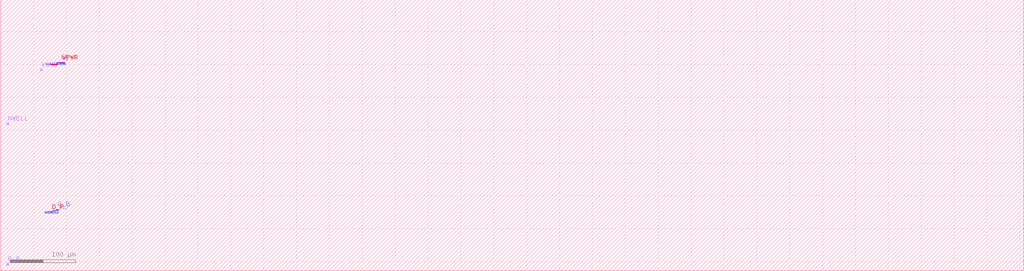
<source format=lef>
# Copyright 2020 The SkyWater PDK Authors
#
# Licensed under the Apache License, Version 2.0 (the "License");
# you may not use this file except in compliance with the License.
# You may obtain a copy of the License at
#
#     https://www.apache.org/licenses/LICENSE-2.0
#
# Unless required by applicable law or agreed to in writing, software
# distributed under the License is distributed on an "AS IS" BASIS,
# WITHOUT WARRANTIES OR CONDITIONS OF ANY KIND, either express or implied.
# See the License for the specific language governing permissions and
# limitations under the License.
#
# SPDX-License-Identifier: Apache-2.0

VERSION 5.7 ;
  NOWIREEXTENSIONATPIN ON ;
  DIVIDERCHAR "/" ;
  BUSBITCHARS "[]" ;
MACRO sky130_fd_pr__rf_aura_lvs_drc
  CLASS BLOCK ;
  FOREIGN sky130_fd_pr__rf_aura_lvs_drc ;
  ORIGIN  0.000000  213.9700 ;
  SIZE  1555.530 BY  412.1700 ;
  PIN B_P
    ANTENNADIFFAREA  43.51075 ;
    PORT
      LAYER li1 ;
        RECT 9.175000 -205.320000 11.985000 -202.345000 ;
    END
  END B_P
  PIN D_P
    ANTENNADIFFAREA  3.886400 ;
    PORT
      LAYER met3 ;
        RECT 74.460000 -124.310000 80.885000 -123.665000 ;
        RECT 76.195000 -124.455000 76.525000 -124.310000 ;
        RECT 77.055000 -124.455000 77.385000 -124.310000 ;
    END
  END D_P
  PIN G
    ANTENNAGATEAREA  8.190000 ;
    PORT
      LAYER met1 ;
        RECT 68.260000 100.485000 72.550000 100.785000 ;
        RECT 72.180000 100.785000 72.550000 100.905000 ;
        RECT 72.180000 100.905000 85.210000 101.195000 ;
        RECT 84.840000 101.195000 85.210000 103.065000 ;
        RECT 84.840000 103.065000 97.335000 103.355000 ;
    END
  END G
  PIN G_P
    ANTENNAGATEAREA  4.164000 ;
    PORT
      LAYER met1 ;
        RECT 66.630000 -124.305000 70.790000 -124.015000 ;
        RECT 70.445000 -124.015000 70.790000 -123.445000 ;
        RECT 70.445000 -123.445000 79.720000 -123.155000 ;
        RECT 76.105000 -123.465000 77.475000 -123.445000 ;
        RECT 79.375000 -123.155000 79.720000 -122.145000 ;
        RECT 79.375000 -122.145000 85.050000 -121.855000 ;
        RECT 84.705000 -121.855000 85.050000 -120.110000 ;
        RECT 84.705000 -120.110000 87.235000 -119.820000 ;
    END
  END G_P
  PIN NWELL
    ANTENNADIFFAREA  43.51075 ;
    PORT
      LAYER li1 ;
        RECT 9.175000 8.650000 11.985000 11.625000 ;
    END
  END NWELL
  PIN S
    ANTENNADIFFAREA  10.98720 ;
    PORT
      LAYER met1 ;
        RECT 68.260000 99.265000 97.765000  99.565000 ;
        RECT 69.045000 99.565000 69.275000 100.310000 ;
        RECT 69.905000 99.565000 70.135000 100.310000 ;
        RECT 74.165000 99.565000 74.395000 100.655000 ;
        RECT 75.025000 99.565000 75.255000 100.655000 ;
        RECT 76.885000 99.565000 77.115000 100.655000 ;
        RECT 77.745000 99.565000 77.975000 100.655000 ;
        RECT 78.605000 99.565000 78.835000 100.655000 ;
        RECT 80.100000 99.565000 80.330000 100.655000 ;
        RECT 80.960000 99.565000 81.190000 100.655000 ;
        RECT 81.820000 99.565000 82.050000 100.655000 ;
        RECT 82.680000 99.565000 82.910000 100.655000 ;
        RECT 83.540000 99.565000 83.770000 100.655000 ;
        RECT 86.605000 99.565000 86.835000 102.815000 ;
        RECT 87.465000 99.565000 87.695000 102.815000 ;
        RECT 90.095000 99.565000 90.325000 102.815000 ;
        RECT 90.955000 99.565000 91.185000 102.815000 ;
        RECT 91.815000 99.565000 92.045000 102.815000 ;
        RECT 94.095000 99.565000 94.325000 102.815000 ;
        RECT 94.955000 99.565000 95.185000 102.815000 ;
        RECT 95.815000 99.565000 96.045000 102.815000 ;
        RECT 96.675000 99.565000 96.905000 102.815000 ;
        RECT 97.535000 99.565000 97.765000 102.815000 ;
    END
  END S
  PIN S_P
    ANTENNADIFFAREA  6.936400 ;
    PORT
      LAYER met1 ;
        RECT 66.630000 -125.955000 87.455000 -125.655000 ;
        RECT 68.055000 -125.655000 68.285000 -124.565000 ;
        RECT 68.915000 -125.655000 69.145000 -124.565000 ;
        RECT 71.905000 -125.655000 72.135000 -123.660000 ;
        RECT 72.765000 -125.655000 72.995000 -123.660000 ;
        RECT 75.815000 -125.655000 76.045000 -123.725000 ;
        RECT 76.675000 -125.655000 76.905000 -123.725000 ;
        RECT 77.535000 -125.655000 77.765000 -123.725000 ;
        RECT 81.950000 -125.655000 82.180000 -122.405000 ;
        RECT 82.810000 -125.655000 83.040000 -122.405000 ;
        RECT 86.365000 -125.655000 86.595000 -120.300000 ;
        RECT 87.225000 -125.655000 87.455000 -120.300000 ;
    END
  END S_P
  PIN VGND
    USE GROUND ;
    PORT
      LAYER li1 ;
        RECT 60.140000 90.690000 62.950000 93.665000 ;
    END
  END VGND
  PIN VPWR
    USE POWER ;
    PORT
      LAYER met3 ;
        RECT 75.895000  99.965000 86.220000 100.685000 ;
        RECT 77.265000  99.915000 77.595000  99.965000 ;
        RECT 78.125000  99.915000 78.455000  99.965000 ;
        RECT 80.480000  99.915000 80.810000  99.965000 ;
        RECT 81.340000  99.915000 81.670000  99.965000 ;
        RECT 82.200000  99.915000 82.530000  99.965000 ;
        RECT 83.060000  99.915000 83.390000  99.965000 ;
        RECT 85.830000 100.685000 86.220000 102.875000 ;
        RECT 88.780000 102.075000 97.385000 102.875000 ;
    END
  END VPWR
  OBS
    LAYER li1 ;
      RECT 68.085000 -125.255000 68.255000 -124.565000 ;
      RECT 68.265000 -124.335000 68.935000 -123.995000 ;
      RECT 68.515000 -125.255000 68.685000 -124.565000 ;
      RECT 68.945000 -125.255000 69.115000 -124.565000 ;
      RECT 69.075000   99.965000 69.245000  100.295000 ;
      RECT 69.255000  100.465000 69.925000  100.795000 ;
      RECT 69.505000   99.965000 69.675000  100.295000 ;
      RECT 69.935000   99.965000 70.105000  100.295000 ;
      RECT 71.935000 -125.330000 72.105000 -123.660000 ;
      RECT 72.115000 -123.465000 72.785000 -123.135000 ;
      RECT 72.365000 -125.330000 72.535000 -123.660000 ;
      RECT 72.795000 -125.330000 72.965000 -123.660000 ;
      RECT 74.195000   99.965000 74.365000  100.655000 ;
      RECT 74.375000  100.885000 75.045000  101.215000 ;
      RECT 74.625000   99.965000 74.795000  100.655000 ;
      RECT 75.055000   99.965000 75.225000  100.655000 ;
      RECT 75.845000 -125.255000 76.015000 -123.725000 ;
      RECT 76.115000 -123.495000 77.465000 -123.155000 ;
      RECT 76.275000 -125.255000 76.445000 -123.725000 ;
      RECT 76.705000 -125.255000 76.875000 -123.725000 ;
      RECT 76.915000   99.965000 77.085000  100.655000 ;
      RECT 77.135000 -125.255000 77.305000 -123.725000 ;
      RECT 77.185000  100.885000 78.535000  101.215000 ;
      RECT 77.345000   99.965000 77.515000  100.655000 ;
      RECT 77.565000 -125.255000 77.735000 -123.725000 ;
      RECT 77.775000   99.965000 77.945000  100.655000 ;
      RECT 78.205000   99.965000 78.375000  100.655000 ;
      RECT 78.635000   99.965000 78.805000  100.655000 ;
      RECT 80.130000   99.965000 80.300000  100.655000 ;
      RECT 80.560000   99.965000 80.730000  100.655000 ;
      RECT 80.580000  100.885000 83.290000  101.215000 ;
      RECT 80.990000   99.965000 81.160000  100.655000 ;
      RECT 81.420000   99.965000 81.590000  100.655000 ;
      RECT 81.850000   99.965000 82.020000  100.655000 ;
      RECT 81.980000 -125.275000 82.150000 -122.405000 ;
      RECT 82.160000 -122.175000 82.830000 -121.835000 ;
      RECT 82.280000   99.965000 82.450000  100.655000 ;
      RECT 82.410000 -125.255000 82.580000 -122.405000 ;
      RECT 82.710000   99.965000 82.880000  100.655000 ;
      RECT 82.840000 -125.255000 83.010000 -122.405000 ;
      RECT 83.140000   99.965000 83.310000  100.655000 ;
      RECT 83.570000   99.965000 83.740000  100.655000 ;
      RECT 86.395000 -125.290000 86.565000 -120.300000 ;
      RECT 86.575000 -120.130000 87.245000 -119.800000 ;
      RECT 86.635000   99.945000 86.805000  102.815000 ;
      RECT 86.815000  103.045000 87.485000  103.375000 ;
      RECT 86.825000 -125.290000 86.995000 -120.300000 ;
      RECT 87.065000   99.965000 87.235000  102.815000 ;
      RECT 87.255000 -125.290000 87.425000 -120.300000 ;
      RECT 87.495000   99.965000 87.665000  102.815000 ;
      RECT 90.125000   99.965000 90.295000  102.815000 ;
      RECT 90.395000  103.045000 91.745000  103.375000 ;
      RECT 90.555000   99.965000 90.725000  102.815000 ;
      RECT 90.985000   99.965000 91.155000  102.815000 ;
      RECT 91.415000   99.965000 91.585000  102.815000 ;
      RECT 91.845000   99.965000 92.015000  102.815000 ;
      RECT 94.125000   99.965000 94.295000  102.815000 ;
      RECT 94.555000   99.965000 94.725000  102.815000 ;
      RECT 94.575000  103.045000 97.285000  103.375000 ;
      RECT 94.985000   99.965000 95.155000  102.815000 ;
      RECT 95.415000   99.965000 95.585000  102.815000 ;
      RECT 95.845000   99.965000 96.015000  102.815000 ;
      RECT 96.275000   99.965000 96.445000  102.815000 ;
      RECT 96.705000   99.965000 96.875000  102.815000 ;
      RECT 97.135000   99.965000 97.305000  102.815000 ;
      RECT 97.565000   99.965000 97.735000  102.815000 ;
    LAYER mcon ;
      RECT 68.085000 -125.175000 68.255000 -125.005000 ;
      RECT 68.085000 -124.815000 68.255000 -124.645000 ;
      RECT 68.335000 -124.245000 68.505000 -124.075000 ;
      RECT 68.515000 -125.175000 68.685000 -125.005000 ;
      RECT 68.515000 -124.815000 68.685000 -124.645000 ;
      RECT 68.695000 -124.245000 68.865000 -124.075000 ;
      RECT 68.945000 -125.175000 69.115000 -125.005000 ;
      RECT 68.945000 -124.815000 69.115000 -124.645000 ;
      RECT 69.075000  100.045000 69.245000  100.215000 ;
      RECT 69.325000  100.545000 69.495000  100.715000 ;
      RECT 69.505000  100.045000 69.675000  100.215000 ;
      RECT 69.685000  100.545000 69.855000  100.715000 ;
      RECT 69.935000  100.045000 70.105000  100.215000 ;
      RECT 71.935000 -125.115000 72.105000 -124.945000 ;
      RECT 71.935000 -124.755000 72.105000 -124.585000 ;
      RECT 71.935000 -124.395000 72.105000 -124.225000 ;
      RECT 71.935000 -124.035000 72.105000 -123.865000 ;
      RECT 72.185000 -123.385000 72.355000 -123.215000 ;
      RECT 72.365000 -125.115000 72.535000 -124.945000 ;
      RECT 72.365000 -124.755000 72.535000 -124.585000 ;
      RECT 72.365000 -124.395000 72.535000 -124.225000 ;
      RECT 72.365000 -124.035000 72.535000 -123.865000 ;
      RECT 72.545000 -123.385000 72.715000 -123.215000 ;
      RECT 72.795000 -125.115000 72.965000 -124.945000 ;
      RECT 72.795000 -124.755000 72.965000 -124.585000 ;
      RECT 72.795000 -124.395000 72.965000 -124.225000 ;
      RECT 72.795000 -124.035000 72.965000 -123.865000 ;
      RECT 74.195000  100.045000 74.365000  100.215000 ;
      RECT 74.195000  100.405000 74.365000  100.575000 ;
      RECT 74.445000  100.965000 74.615000  101.135000 ;
      RECT 74.625000  100.045000 74.795000  100.215000 ;
      RECT 74.625000  100.405000 74.795000  100.575000 ;
      RECT 74.805000  100.965000 74.975000  101.135000 ;
      RECT 75.055000  100.045000 75.225000  100.215000 ;
      RECT 75.055000  100.405000 75.225000  100.575000 ;
      RECT 75.845000 -125.115000 76.015000 -124.945000 ;
      RECT 75.845000 -124.755000 76.015000 -124.585000 ;
      RECT 75.845000 -124.395000 76.015000 -124.225000 ;
      RECT 75.845000 -124.035000 76.015000 -123.865000 ;
      RECT 76.165000 -123.405000 76.335000 -123.235000 ;
      RECT 76.275000 -125.115000 76.445000 -124.945000 ;
      RECT 76.275000 -124.755000 76.445000 -124.585000 ;
      RECT 76.275000 -124.395000 76.445000 -124.225000 ;
      RECT 76.275000 -124.035000 76.445000 -123.865000 ;
      RECT 76.525000 -123.405000 76.695000 -123.235000 ;
      RECT 76.705000 -125.115000 76.875000 -124.945000 ;
      RECT 76.705000 -124.755000 76.875000 -124.585000 ;
      RECT 76.705000 -124.395000 76.875000 -124.225000 ;
      RECT 76.705000 -124.035000 76.875000 -123.865000 ;
      RECT 76.885000 -123.405000 77.055000 -123.235000 ;
      RECT 76.915000  100.045000 77.085000  100.215000 ;
      RECT 76.915000  100.405000 77.085000  100.575000 ;
      RECT 77.135000 -125.115000 77.305000 -124.945000 ;
      RECT 77.135000 -124.755000 77.305000 -124.585000 ;
      RECT 77.135000 -124.395000 77.305000 -124.225000 ;
      RECT 77.135000 -124.035000 77.305000 -123.865000 ;
      RECT 77.235000  100.965000 77.405000  101.135000 ;
      RECT 77.245000 -123.405000 77.415000 -123.235000 ;
      RECT 77.345000  100.045000 77.515000  100.215000 ;
      RECT 77.345000  100.405000 77.515000  100.575000 ;
      RECT 77.565000 -125.115000 77.735000 -124.945000 ;
      RECT 77.565000 -124.755000 77.735000 -124.585000 ;
      RECT 77.565000 -124.395000 77.735000 -124.225000 ;
      RECT 77.565000 -124.035000 77.735000 -123.865000 ;
      RECT 77.595000  100.965000 77.765000  101.135000 ;
      RECT 77.775000  100.045000 77.945000  100.215000 ;
      RECT 77.775000  100.405000 77.945000  100.575000 ;
      RECT 77.955000  100.965000 78.125000  101.135000 ;
      RECT 78.205000  100.045000 78.375000  100.215000 ;
      RECT 78.205000  100.405000 78.375000  100.575000 ;
      RECT 78.315000  100.965000 78.485000  101.135000 ;
      RECT 78.635000  100.045000 78.805000  100.215000 ;
      RECT 78.635000  100.405000 78.805000  100.575000 ;
      RECT 80.130000  100.045000 80.300000  100.215000 ;
      RECT 80.130000  100.405000 80.300000  100.575000 ;
      RECT 80.560000  100.045000 80.730000  100.215000 ;
      RECT 80.560000  100.405000 80.730000  100.575000 ;
      RECT 80.590000  100.965000 80.760000  101.135000 ;
      RECT 80.950000  100.965000 81.120000  101.135000 ;
      RECT 80.990000  100.045000 81.160000  100.215000 ;
      RECT 80.990000  100.405000 81.160000  100.575000 ;
      RECT 81.310000  100.965000 81.480000  101.135000 ;
      RECT 81.420000  100.045000 81.590000  100.215000 ;
      RECT 81.420000  100.405000 81.590000  100.575000 ;
      RECT 81.670000  100.965000 81.840000  101.135000 ;
      RECT 81.850000  100.045000 82.020000  100.215000 ;
      RECT 81.850000  100.405000 82.020000  100.575000 ;
      RECT 81.980000 -125.175000 82.150000 -125.005000 ;
      RECT 81.980000 -124.815000 82.150000 -124.645000 ;
      RECT 81.980000 -124.455000 82.150000 -124.285000 ;
      RECT 81.980000 -124.095000 82.150000 -123.925000 ;
      RECT 81.980000 -123.735000 82.150000 -123.565000 ;
      RECT 81.980000 -123.375000 82.150000 -123.205000 ;
      RECT 81.980000 -123.015000 82.150000 -122.845000 ;
      RECT 81.980000 -122.655000 82.150000 -122.485000 ;
      RECT 82.030000  100.965000 82.200000  101.135000 ;
      RECT 82.230000 -122.085000 82.400000 -121.915000 ;
      RECT 82.280000  100.045000 82.450000  100.215000 ;
      RECT 82.280000  100.405000 82.450000  100.575000 ;
      RECT 82.390000  100.965000 82.560000  101.135000 ;
      RECT 82.410000 -125.175000 82.580000 -125.005000 ;
      RECT 82.410000 -124.815000 82.580000 -124.645000 ;
      RECT 82.410000 -124.455000 82.580000 -124.285000 ;
      RECT 82.410000 -124.095000 82.580000 -123.925000 ;
      RECT 82.410000 -123.735000 82.580000 -123.565000 ;
      RECT 82.410000 -123.375000 82.580000 -123.205000 ;
      RECT 82.410000 -123.015000 82.580000 -122.845000 ;
      RECT 82.410000 -122.655000 82.580000 -122.485000 ;
      RECT 82.590000 -122.085000 82.760000 -121.915000 ;
      RECT 82.710000  100.045000 82.880000  100.215000 ;
      RECT 82.710000  100.405000 82.880000  100.575000 ;
      RECT 82.750000  100.965000 82.920000  101.135000 ;
      RECT 82.840000 -125.175000 83.010000 -125.005000 ;
      RECT 82.840000 -124.815000 83.010000 -124.645000 ;
      RECT 82.840000 -124.455000 83.010000 -124.285000 ;
      RECT 82.840000 -124.095000 83.010000 -123.925000 ;
      RECT 82.840000 -123.735000 83.010000 -123.565000 ;
      RECT 82.840000 -123.375000 83.010000 -123.205000 ;
      RECT 82.840000 -123.015000 83.010000 -122.845000 ;
      RECT 82.840000 -122.655000 83.010000 -122.485000 ;
      RECT 83.110000  100.965000 83.280000  101.135000 ;
      RECT 83.140000  100.045000 83.310000  100.215000 ;
      RECT 83.140000  100.405000 83.310000  100.575000 ;
      RECT 83.570000  100.045000 83.740000  100.215000 ;
      RECT 83.570000  100.405000 83.740000  100.575000 ;
      RECT 86.395000 -125.035000 86.565000 -124.865000 ;
      RECT 86.395000 -124.675000 86.565000 -124.505000 ;
      RECT 86.395000 -124.315000 86.565000 -124.145000 ;
      RECT 86.395000 -123.955000 86.565000 -123.785000 ;
      RECT 86.395000 -123.595000 86.565000 -123.425000 ;
      RECT 86.395000 -123.235000 86.565000 -123.065000 ;
      RECT 86.395000 -122.875000 86.565000 -122.705000 ;
      RECT 86.395000 -122.515000 86.565000 -122.345000 ;
      RECT 86.395000 -122.155000 86.565000 -121.985000 ;
      RECT 86.395000 -121.795000 86.565000 -121.625000 ;
      RECT 86.395000 -121.435000 86.565000 -121.265000 ;
      RECT 86.395000 -121.075000 86.565000 -120.905000 ;
      RECT 86.395000 -120.715000 86.565000 -120.545000 ;
      RECT 86.635000  100.045000 86.805000  100.215000 ;
      RECT 86.635000  100.405000 86.805000  100.575000 ;
      RECT 86.635000  100.765000 86.805000  100.935000 ;
      RECT 86.635000  101.125000 86.805000  101.295000 ;
      RECT 86.635000  101.485000 86.805000  101.655000 ;
      RECT 86.635000  101.845000 86.805000  102.015000 ;
      RECT 86.635000  102.205000 86.805000  102.375000 ;
      RECT 86.635000  102.565000 86.805000  102.735000 ;
      RECT 86.645000 -120.050000 86.815000 -119.880000 ;
      RECT 86.825000 -125.035000 86.995000 -124.865000 ;
      RECT 86.825000 -124.675000 86.995000 -124.505000 ;
      RECT 86.825000 -124.315000 86.995000 -124.145000 ;
      RECT 86.825000 -123.955000 86.995000 -123.785000 ;
      RECT 86.825000 -123.595000 86.995000 -123.425000 ;
      RECT 86.825000 -123.235000 86.995000 -123.065000 ;
      RECT 86.825000 -122.875000 86.995000 -122.705000 ;
      RECT 86.825000 -122.515000 86.995000 -122.345000 ;
      RECT 86.825000 -122.155000 86.995000 -121.985000 ;
      RECT 86.825000 -121.795000 86.995000 -121.625000 ;
      RECT 86.825000 -121.435000 86.995000 -121.265000 ;
      RECT 86.825000 -121.075000 86.995000 -120.905000 ;
      RECT 86.825000 -120.715000 86.995000 -120.545000 ;
      RECT 86.885000  103.125000 87.055000  103.295000 ;
      RECT 87.005000 -120.050000 87.175000 -119.880000 ;
      RECT 87.065000  100.045000 87.235000  100.215000 ;
      RECT 87.065000  100.405000 87.235000  100.575000 ;
      RECT 87.065000  100.765000 87.235000  100.935000 ;
      RECT 87.065000  101.125000 87.235000  101.295000 ;
      RECT 87.065000  101.485000 87.235000  101.655000 ;
      RECT 87.065000  101.845000 87.235000  102.015000 ;
      RECT 87.065000  102.205000 87.235000  102.375000 ;
      RECT 87.065000  102.565000 87.235000  102.735000 ;
      RECT 87.245000  103.125000 87.415000  103.295000 ;
      RECT 87.255000 -125.035000 87.425000 -124.865000 ;
      RECT 87.255000 -124.675000 87.425000 -124.505000 ;
      RECT 87.255000 -124.315000 87.425000 -124.145000 ;
      RECT 87.255000 -123.955000 87.425000 -123.785000 ;
      RECT 87.255000 -123.595000 87.425000 -123.425000 ;
      RECT 87.255000 -123.235000 87.425000 -123.065000 ;
      RECT 87.255000 -122.875000 87.425000 -122.705000 ;
      RECT 87.255000 -122.515000 87.425000 -122.345000 ;
      RECT 87.255000 -122.155000 87.425000 -121.985000 ;
      RECT 87.255000 -121.795000 87.425000 -121.625000 ;
      RECT 87.255000 -121.435000 87.425000 -121.265000 ;
      RECT 87.255000 -121.075000 87.425000 -120.905000 ;
      RECT 87.255000 -120.715000 87.425000 -120.545000 ;
      RECT 87.495000  100.045000 87.665000  100.215000 ;
      RECT 87.495000  100.405000 87.665000  100.575000 ;
      RECT 87.495000  100.765000 87.665000  100.935000 ;
      RECT 87.495000  101.125000 87.665000  101.295000 ;
      RECT 87.495000  101.485000 87.665000  101.655000 ;
      RECT 87.495000  101.845000 87.665000  102.015000 ;
      RECT 87.495000  102.205000 87.665000  102.375000 ;
      RECT 87.495000  102.565000 87.665000  102.735000 ;
      RECT 90.125000  100.045000 90.295000  100.215000 ;
      RECT 90.125000  100.405000 90.295000  100.575000 ;
      RECT 90.125000  100.765000 90.295000  100.935000 ;
      RECT 90.125000  101.125000 90.295000  101.295000 ;
      RECT 90.125000  101.485000 90.295000  101.655000 ;
      RECT 90.125000  101.845000 90.295000  102.015000 ;
      RECT 90.125000  102.205000 90.295000  102.375000 ;
      RECT 90.125000  102.565000 90.295000  102.735000 ;
      RECT 90.445000  103.125000 90.615000  103.295000 ;
      RECT 90.555000  100.045000 90.725000  100.215000 ;
      RECT 90.555000  100.405000 90.725000  100.575000 ;
      RECT 90.555000  100.765000 90.725000  100.935000 ;
      RECT 90.555000  101.125000 90.725000  101.295000 ;
      RECT 90.555000  101.485000 90.725000  101.655000 ;
      RECT 90.555000  101.845000 90.725000  102.015000 ;
      RECT 90.555000  102.205000 90.725000  102.375000 ;
      RECT 90.555000  102.565000 90.725000  102.735000 ;
      RECT 90.805000  103.125000 90.975000  103.295000 ;
      RECT 90.985000  100.045000 91.155000  100.215000 ;
      RECT 90.985000  100.405000 91.155000  100.575000 ;
      RECT 90.985000  100.765000 91.155000  100.935000 ;
      RECT 90.985000  101.125000 91.155000  101.295000 ;
      RECT 90.985000  101.485000 91.155000  101.655000 ;
      RECT 90.985000  101.845000 91.155000  102.015000 ;
      RECT 90.985000  102.205000 91.155000  102.375000 ;
      RECT 90.985000  102.565000 91.155000  102.735000 ;
      RECT 91.165000  103.125000 91.335000  103.295000 ;
      RECT 91.415000  100.045000 91.585000  100.215000 ;
      RECT 91.415000  100.405000 91.585000  100.575000 ;
      RECT 91.415000  100.765000 91.585000  100.935000 ;
      RECT 91.415000  101.125000 91.585000  101.295000 ;
      RECT 91.415000  101.485000 91.585000  101.655000 ;
      RECT 91.415000  101.845000 91.585000  102.015000 ;
      RECT 91.415000  102.205000 91.585000  102.375000 ;
      RECT 91.415000  102.565000 91.585000  102.735000 ;
      RECT 91.525000  103.125000 91.695000  103.295000 ;
      RECT 91.845000  100.045000 92.015000  100.215000 ;
      RECT 91.845000  100.405000 92.015000  100.575000 ;
      RECT 91.845000  100.765000 92.015000  100.935000 ;
      RECT 91.845000  101.125000 92.015000  101.295000 ;
      RECT 91.845000  101.485000 92.015000  101.655000 ;
      RECT 91.845000  101.845000 92.015000  102.015000 ;
      RECT 91.845000  102.205000 92.015000  102.375000 ;
      RECT 91.845000  102.565000 92.015000  102.735000 ;
      RECT 94.125000  100.045000 94.295000  100.215000 ;
      RECT 94.125000  100.405000 94.295000  100.575000 ;
      RECT 94.125000  100.765000 94.295000  100.935000 ;
      RECT 94.125000  101.125000 94.295000  101.295000 ;
      RECT 94.125000  101.485000 94.295000  101.655000 ;
      RECT 94.125000  101.845000 94.295000  102.015000 ;
      RECT 94.125000  102.205000 94.295000  102.375000 ;
      RECT 94.125000  102.565000 94.295000  102.735000 ;
      RECT 94.555000  100.045000 94.725000  100.215000 ;
      RECT 94.555000  100.405000 94.725000  100.575000 ;
      RECT 94.555000  100.765000 94.725000  100.935000 ;
      RECT 94.555000  101.125000 94.725000  101.295000 ;
      RECT 94.555000  101.485000 94.725000  101.655000 ;
      RECT 94.555000  101.845000 94.725000  102.015000 ;
      RECT 94.555000  102.205000 94.725000  102.375000 ;
      RECT 94.555000  102.565000 94.725000  102.735000 ;
      RECT 94.585000  103.125000 94.755000  103.295000 ;
      RECT 94.945000  103.125000 95.115000  103.295000 ;
      RECT 94.985000  100.045000 95.155000  100.215000 ;
      RECT 94.985000  100.405000 95.155000  100.575000 ;
      RECT 94.985000  100.765000 95.155000  100.935000 ;
      RECT 94.985000  101.125000 95.155000  101.295000 ;
      RECT 94.985000  101.485000 95.155000  101.655000 ;
      RECT 94.985000  101.845000 95.155000  102.015000 ;
      RECT 94.985000  102.205000 95.155000  102.375000 ;
      RECT 94.985000  102.565000 95.155000  102.735000 ;
      RECT 95.305000  103.125000 95.475000  103.295000 ;
      RECT 95.415000  100.045000 95.585000  100.215000 ;
      RECT 95.415000  100.405000 95.585000  100.575000 ;
      RECT 95.415000  100.765000 95.585000  100.935000 ;
      RECT 95.415000  101.125000 95.585000  101.295000 ;
      RECT 95.415000  101.485000 95.585000  101.655000 ;
      RECT 95.415000  101.845000 95.585000  102.015000 ;
      RECT 95.415000  102.205000 95.585000  102.375000 ;
      RECT 95.415000  102.565000 95.585000  102.735000 ;
      RECT 95.665000  103.125000 95.835000  103.295000 ;
      RECT 95.845000  100.045000 96.015000  100.215000 ;
      RECT 95.845000  100.405000 96.015000  100.575000 ;
      RECT 95.845000  100.765000 96.015000  100.935000 ;
      RECT 95.845000  101.125000 96.015000  101.295000 ;
      RECT 95.845000  101.485000 96.015000  101.655000 ;
      RECT 95.845000  101.845000 96.015000  102.015000 ;
      RECT 95.845000  102.205000 96.015000  102.375000 ;
      RECT 95.845000  102.565000 96.015000  102.735000 ;
      RECT 96.025000  103.125000 96.195000  103.295000 ;
      RECT 96.275000  100.045000 96.445000  100.215000 ;
      RECT 96.275000  100.405000 96.445000  100.575000 ;
      RECT 96.275000  100.765000 96.445000  100.935000 ;
      RECT 96.275000  101.125000 96.445000  101.295000 ;
      RECT 96.275000  101.485000 96.445000  101.655000 ;
      RECT 96.275000  101.845000 96.445000  102.015000 ;
      RECT 96.275000  102.205000 96.445000  102.375000 ;
      RECT 96.275000  102.565000 96.445000  102.735000 ;
      RECT 96.385000  103.125000 96.555000  103.295000 ;
      RECT 96.705000  100.045000 96.875000  100.215000 ;
      RECT 96.705000  100.405000 96.875000  100.575000 ;
      RECT 96.705000  100.765000 96.875000  100.935000 ;
      RECT 96.705000  101.125000 96.875000  101.295000 ;
      RECT 96.705000  101.485000 96.875000  101.655000 ;
      RECT 96.705000  101.845000 96.875000  102.015000 ;
      RECT 96.705000  102.205000 96.875000  102.375000 ;
      RECT 96.705000  102.565000 96.875000  102.735000 ;
      RECT 96.745000  103.125000 96.915000  103.295000 ;
      RECT 97.105000  103.125000 97.275000  103.295000 ;
      RECT 97.135000  100.045000 97.305000  100.215000 ;
      RECT 97.135000  100.405000 97.305000  100.575000 ;
      RECT 97.135000  100.765000 97.305000  100.935000 ;
      RECT 97.135000  101.125000 97.305000  101.295000 ;
      RECT 97.135000  101.485000 97.305000  101.655000 ;
      RECT 97.135000  101.845000 97.305000  102.015000 ;
      RECT 97.135000  102.205000 97.305000  102.375000 ;
      RECT 97.135000  102.565000 97.305000  102.735000 ;
      RECT 97.565000  100.045000 97.735000  100.215000 ;
      RECT 97.565000  100.405000 97.735000  100.575000 ;
      RECT 97.565000  100.765000 97.735000  100.935000 ;
      RECT 97.565000  101.125000 97.735000  101.295000 ;
      RECT 97.565000  101.485000 97.735000  101.655000 ;
      RECT 97.565000  101.845000 97.735000  102.015000 ;
      RECT 97.565000  102.205000 97.735000  102.375000 ;
      RECT 97.565000  102.565000 97.735000  102.735000 ;
    LAYER met1 ;
      RECT 68.470000 -125.255000 68.730000 -124.565000 ;
      RECT 69.460000   99.965000 69.720000  100.310000 ;
      RECT 72.320000 -125.330000 72.580000 -123.660000 ;
      RECT 74.580000   99.965000 74.840000  100.655000 ;
      RECT 76.230000 -125.255000 76.490000 -123.725000 ;
      RECT 77.090000 -125.255000 77.350000 -123.725000 ;
      RECT 77.300000   99.965000 77.560000  100.655000 ;
      RECT 78.160000   99.965000 78.420000  100.655000 ;
      RECT 80.515000   99.965000 80.775000  100.655000 ;
      RECT 81.375000   99.965000 81.635000  100.655000 ;
      RECT 82.235000   99.965000 82.495000  100.655000 ;
      RECT 82.365000 -125.255000 82.625000 -122.405000 ;
      RECT 83.095000   99.965000 83.355000  100.655000 ;
      RECT 86.780000 -125.290000 87.040000 -120.300000 ;
      RECT 87.020000   99.965000 87.280000  102.815000 ;
      RECT 90.510000   99.965000 90.770000  102.815000 ;
      RECT 91.370000   99.965000 91.630000  102.815000 ;
      RECT 94.510000   99.965000 94.770000  102.815000 ;
      RECT 95.370000   99.965000 95.630000  102.815000 ;
      RECT 96.230000   99.965000 96.490000  102.815000 ;
      RECT 97.090000   99.965000 97.350000  102.815000 ;
    LAYER met2 ;
      RECT 66.635000 -125.230000 71.490000 -124.590000 ;
      RECT 68.260000   99.965000 76.300000  100.310000 ;
      RECT 71.125000 -124.590000 71.490000 -124.305000 ;
      RECT 71.125000 -124.305000 75.085000 -123.665000 ;
      RECT 74.580000  100.310000 74.840000  100.630000 ;
      RECT 76.195000 -124.455000 76.525000 -123.685000 ;
      RECT 77.055000 -124.455000 77.385000 -123.685000 ;
      RECT 77.265000   99.915000 77.595000  100.685000 ;
      RECT 78.125000   99.915000 78.455000  100.685000 ;
      RECT 80.340000 -124.310000 80.885000 -123.070000 ;
      RECT 80.340000 -123.070000 85.850000 -122.430000 ;
      RECT 80.480000   99.915000 80.810000  100.685000 ;
      RECT 81.340000   99.915000 81.670000  100.685000 ;
      RECT 82.200000   99.915000 82.530000  100.685000 ;
      RECT 83.060000   99.915000 83.390000  100.685000 ;
      RECT 85.305000 -122.430000 85.850000 -120.950000 ;
      RECT 85.305000 -120.950000 87.040000 -120.310000 ;
      RECT 85.830000  102.150000 89.290000  102.875000 ;
      RECT 90.475000  102.075000 90.805000  102.845000 ;
      RECT 91.335000  102.075000 91.665000  102.845000 ;
      RECT 94.475000  102.075000 94.805000  102.845000 ;
      RECT 95.335000  102.075000 95.665000  102.845000 ;
      RECT 96.195000  102.075000 96.525000  102.845000 ;
      RECT 97.055000  102.075000 97.385000  102.845000 ;
    LAYER via ;
      RECT 68.470000 -125.200000 68.730000 -124.940000 ;
      RECT 68.470000 -124.880000 68.730000 -124.620000 ;
      RECT 69.460000  100.020000 69.720000  100.280000 ;
      RECT 72.320000 -124.275000 72.580000 -124.015000 ;
      RECT 72.320000 -123.955000 72.580000 -123.695000 ;
      RECT 74.580000  100.020000 74.840000  100.280000 ;
      RECT 74.580000  100.340000 74.840000  100.600000 ;
      RECT 76.230000 -124.360000 76.490000 -124.100000 ;
      RECT 76.230000 -124.040000 76.490000 -123.780000 ;
      RECT 77.090000 -124.360000 77.350000 -124.100000 ;
      RECT 77.090000 -124.040000 77.350000 -123.780000 ;
      RECT 77.300000  100.005000 77.560000  100.265000 ;
      RECT 77.300000  100.325000 77.560000  100.585000 ;
      RECT 78.160000  100.005000 78.420000  100.265000 ;
      RECT 78.160000  100.325000 78.420000  100.585000 ;
      RECT 80.515000  100.020000 80.775000  100.280000 ;
      RECT 80.515000  100.340000 80.775000  100.600000 ;
      RECT 81.375000  100.010000 81.635000  100.270000 ;
      RECT 81.375000  100.330000 81.635000  100.590000 ;
      RECT 82.235000  100.010000 82.495000  100.270000 ;
      RECT 82.235000  100.330000 82.495000  100.590000 ;
      RECT 82.365000 -123.040000 82.625000 -122.780000 ;
      RECT 82.365000 -122.720000 82.625000 -122.460000 ;
      RECT 83.095000  100.010000 83.355000  100.270000 ;
      RECT 83.095000  100.330000 83.355000  100.590000 ;
      RECT 86.780000 -120.920000 87.040000 -120.660000 ;
      RECT 86.780000 -120.600000 87.040000 -120.340000 ;
      RECT 87.020000  102.180000 87.280000  102.440000 ;
      RECT 87.020000  102.500000 87.280000  102.760000 ;
      RECT 90.510000  102.165000 90.770000  102.425000 ;
      RECT 90.510000  102.485000 90.770000  102.745000 ;
      RECT 91.370000  102.165000 91.630000  102.425000 ;
      RECT 91.370000  102.485000 91.630000  102.745000 ;
      RECT 94.510000  102.170000 94.770000  102.430000 ;
      RECT 94.510000  102.490000 94.770000  102.750000 ;
      RECT 95.370000  102.170000 95.630000  102.430000 ;
      RECT 95.370000  102.490000 95.630000  102.750000 ;
      RECT 96.230000  102.170000 96.490000  102.430000 ;
      RECT 96.230000  102.490000 96.490000  102.750000 ;
      RECT 97.090000  102.170000 97.350000  102.430000 ;
      RECT 97.090000  102.490000 97.350000  102.750000 ;
    LAYER via2 ;
      RECT 74.565000 -124.155000 74.845000 -123.875000 ;
      RECT 75.945000  100.000000 76.225000  100.280000 ;
      RECT 76.220000 -124.410000 76.500000 -124.130000 ;
      RECT 76.220000 -124.010000 76.500000 -123.730000 ;
      RECT 77.080000 -124.410000 77.360000 -124.130000 ;
      RECT 77.080000 -124.010000 77.360000 -123.730000 ;
      RECT 77.290000   99.960000 77.570000  100.240000 ;
      RECT 77.290000  100.360000 77.570000  100.640000 ;
      RECT 78.150000   99.960000 78.430000  100.240000 ;
      RECT 78.150000  100.360000 78.430000  100.640000 ;
      RECT 80.490000 -124.155000 80.770000 -123.875000 ;
      RECT 80.505000   99.960000 80.785000  100.240000 ;
      RECT 80.505000  100.360000 80.785000  100.640000 ;
      RECT 81.365000   99.960000 81.645000  100.240000 ;
      RECT 81.365000  100.360000 81.645000  100.640000 ;
      RECT 82.225000   99.960000 82.505000  100.240000 ;
      RECT 82.225000  100.360000 82.505000  100.640000 ;
      RECT 83.085000   99.960000 83.365000  100.240000 ;
      RECT 83.085000  100.360000 83.365000  100.640000 ;
      RECT 85.885000  102.530000 86.165000  102.810000 ;
      RECT 88.885000  102.375000 89.165000  102.655000 ;
      RECT 90.500000  102.120000 90.780000  102.400000 ;
      RECT 90.500000  102.520000 90.780000  102.800000 ;
      RECT 91.360000  102.120000 91.640000  102.400000 ;
      RECT 91.360000  102.520000 91.640000  102.800000 ;
      RECT 94.500000  102.120000 94.780000  102.400000 ;
      RECT 94.500000  102.520000 94.780000  102.800000 ;
      RECT 95.360000  102.120000 95.640000  102.400000 ;
      RECT 95.360000  102.520000 95.640000  102.800000 ;
      RECT 96.220000  102.120000 96.500000  102.400000 ;
      RECT 96.220000  102.520000 96.500000  102.800000 ;
      RECT 97.080000  102.120000 97.360000  102.400000 ;
      RECT 97.080000  102.520000 97.360000  102.800000 ;
  END
END sky130_fd_pr__rf_aura_lvs_drc
END LIBRARY

</source>
